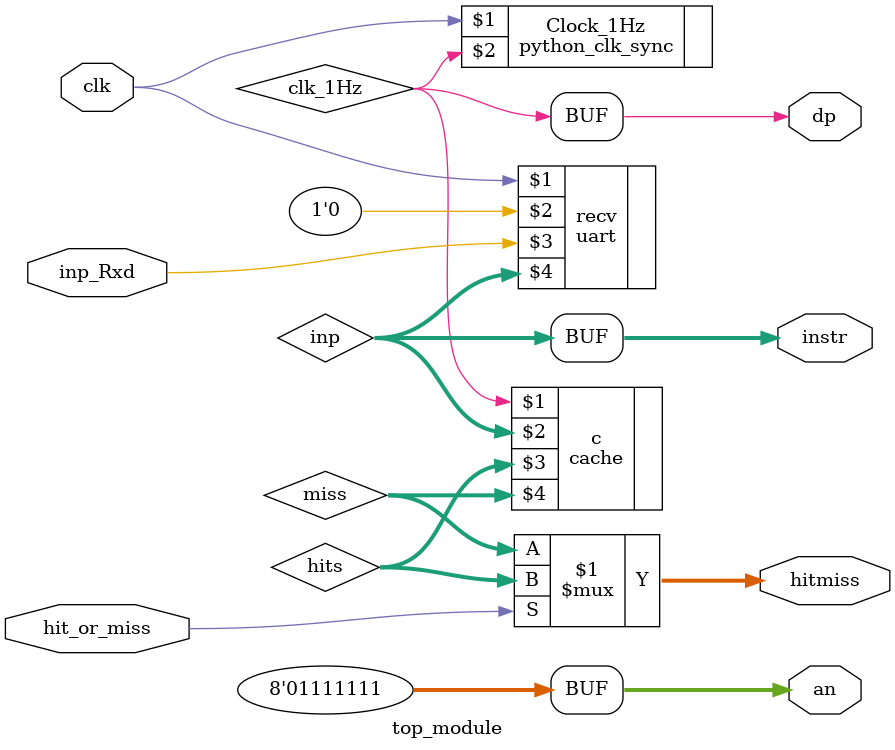
<source format=v>
`timescale 1ns / 1ps

module top_module(
    input clk, // 100 MHz E3 clock
    input inp_Rxd, // Serial input from PC
    input hit_or_miss, // Hit or Miss switch
    output [7:0] instr, // Data packets from PC
    output [7:0] hitmiss, // Hiit or Miss counter
    output [7:0] an, // anode
    output dp // cathode
);
wire [7:0] inp;
wire clk_1Hz;
wire [7:0] hits;
wire [7:0] miss;

// Clock divider
python_clk_sync Clock_1Hz(clk, clk_1Hz);

// Cache Instantiation
cache c(clk_1Hz, inp, hits, miss);

// UART communication setup
uart recv(clk, 1'b0, inp_Rxd, inp);

// Output assignments
assign instr = inp;
assign hitmiss = hit_or_miss ? hits : miss;
assign an=8'b01111111;
assign dp=clk_1Hz;

endmodule

</source>
